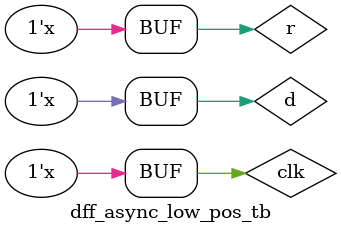
<source format=v>
module dff_async_low_pos_tb;

    wire q, q_bar;
    reg d, r, clk;

    initial 
        begin
            d =0;
            r =1;
            clk = 0;
        end

    always 
        #3 d = ~d;
    always
        #7 r = ~r;
    always
        #11 clk = ~clk;

    dff_async_low_positive df(q,q_bar,d,r,clk);

endmodule

</source>
